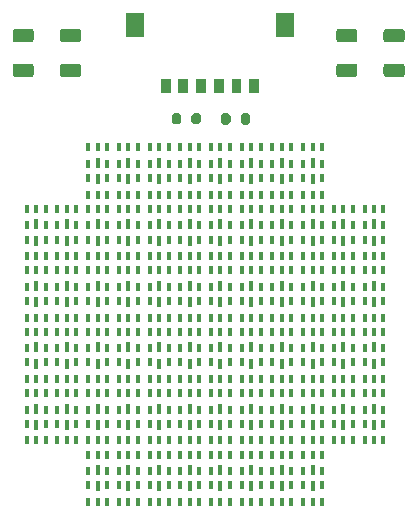
<source format=gbr>
G04 #@! TF.GenerationSoftware,KiCad,Pcbnew,(5.1.9-0-10_14)*
G04 #@! TF.CreationDate,2021-05-04T01:16:58-07:00*
G04 #@! TF.ProjectId,LED_array,4c45445f-6172-4726-9179-2e6b69636164,rev?*
G04 #@! TF.SameCoordinates,Original*
G04 #@! TF.FileFunction,Soldermask,Top*
G04 #@! TF.FilePolarity,Negative*
%FSLAX46Y46*%
G04 Gerber Fmt 4.6, Leading zero omitted, Abs format (unit mm)*
G04 Created by KiCad (PCBNEW (5.1.9-0-10_14)) date 2021-05-04 01:16:58*
%MOMM*%
%LPD*%
G01*
G04 APERTURE LIST*
%ADD10C,0.010000*%
%ADD11R,0.450000X0.850000*%
%ADD12R,0.450000X0.650000*%
G04 APERTURE END LIST*
D10*
G36*
X63733800Y-29163800D02*
G01*
X64486200Y-29163800D01*
X64486200Y-30316200D01*
X63733800Y-30316200D01*
X63733800Y-29163800D01*
G37*
X63733800Y-29163800D02*
X64486200Y-29163800D01*
X64486200Y-30316200D01*
X63733800Y-30316200D01*
X63733800Y-29163800D01*
G36*
X53303800Y-23573800D02*
G01*
X54706200Y-23573800D01*
X54706200Y-25526200D01*
X53303800Y-25526200D01*
X53303800Y-23573800D01*
G37*
X53303800Y-23573800D02*
X54706200Y-23573800D01*
X54706200Y-25526200D01*
X53303800Y-25526200D01*
X53303800Y-23573800D01*
G36*
X66013800Y-23573800D02*
G01*
X67416200Y-23573800D01*
X67416200Y-25526200D01*
X66013800Y-25526200D01*
X66013800Y-23573800D01*
G37*
X66013800Y-23573800D02*
X67416200Y-23573800D01*
X67416200Y-25526200D01*
X66013800Y-25526200D01*
X66013800Y-23573800D01*
G36*
X62233800Y-29163800D02*
G01*
X62986200Y-29163800D01*
X62986200Y-30316200D01*
X62233800Y-30316200D01*
X62233800Y-29163800D01*
G37*
X62233800Y-29163800D02*
X62986200Y-29163800D01*
X62986200Y-30316200D01*
X62233800Y-30316200D01*
X62233800Y-29163800D01*
G36*
X60733800Y-29163800D02*
G01*
X61486200Y-29163800D01*
X61486200Y-30316200D01*
X60733800Y-30316200D01*
X60733800Y-29163800D01*
G37*
X60733800Y-29163800D02*
X61486200Y-29163800D01*
X61486200Y-30316200D01*
X60733800Y-30316200D01*
X60733800Y-29163800D01*
G36*
X59233800Y-29163800D02*
G01*
X59986200Y-29163800D01*
X59986200Y-30316200D01*
X59233800Y-30316200D01*
X59233800Y-29163800D01*
G37*
X59233800Y-29163800D02*
X59986200Y-29163800D01*
X59986200Y-30316200D01*
X59233800Y-30316200D01*
X59233800Y-29163800D01*
G36*
X57733800Y-29163800D02*
G01*
X58486200Y-29163800D01*
X58486200Y-30316200D01*
X57733800Y-30316200D01*
X57733800Y-29163800D01*
G37*
X57733800Y-29163800D02*
X58486200Y-29163800D01*
X58486200Y-30316200D01*
X57733800Y-30316200D01*
X57733800Y-29163800D01*
G36*
X56233800Y-29163800D02*
G01*
X56986200Y-29163800D01*
X56986200Y-30316200D01*
X56233800Y-30316200D01*
X56233800Y-29163800D01*
G37*
X56233800Y-29163800D02*
X56986200Y-29163800D01*
X56986200Y-30316200D01*
X56233800Y-30316200D01*
X56233800Y-29163800D01*
D11*
X69100000Y-63700000D03*
D12*
X68300000Y-63600000D03*
X69900000Y-63600000D03*
X69100000Y-65000000D03*
X68300000Y-65000000D03*
X69900000Y-65000000D03*
D11*
X50900000Y-36300000D03*
D12*
X51700000Y-36400000D03*
X50100000Y-36400000D03*
X50900000Y-35000000D03*
X51700000Y-35000000D03*
X50100000Y-35000000D03*
D11*
X53500000Y-36300000D03*
D12*
X54300000Y-36400000D03*
X52700000Y-36400000D03*
X53500000Y-35000000D03*
X54300000Y-35000000D03*
X52700000Y-35000000D03*
D11*
X56100000Y-36300000D03*
D12*
X56900000Y-36400000D03*
X55300000Y-36400000D03*
X56100000Y-35000000D03*
X56900000Y-35000000D03*
X55300000Y-35000000D03*
D11*
X58700000Y-36300000D03*
D12*
X59500000Y-36400000D03*
X57900000Y-36400000D03*
X58700000Y-35000000D03*
X59500000Y-35000000D03*
X57900000Y-35000000D03*
D11*
X61300000Y-36300000D03*
D12*
X62100000Y-36400000D03*
X60500000Y-36400000D03*
X61300000Y-35000000D03*
X62100000Y-35000000D03*
X60500000Y-35000000D03*
D11*
X63900000Y-36300000D03*
D12*
X64700000Y-36400000D03*
X63100000Y-36400000D03*
X63900000Y-35000000D03*
X64700000Y-35000000D03*
X63100000Y-35000000D03*
D11*
X66500000Y-36300000D03*
D12*
X67300000Y-36400000D03*
X65700000Y-36400000D03*
X66500000Y-35000000D03*
X67300000Y-35000000D03*
X65700000Y-35000000D03*
D11*
X69100000Y-36300000D03*
D12*
X69900000Y-36400000D03*
X68300000Y-36400000D03*
X69100000Y-35000000D03*
X69900000Y-35000000D03*
X68300000Y-35000000D03*
D11*
X69100000Y-37700000D03*
D12*
X68300000Y-37600000D03*
X69900000Y-37600000D03*
X69100000Y-39000000D03*
X68300000Y-39000000D03*
X69900000Y-39000000D03*
D11*
X66500000Y-37700000D03*
D12*
X65700000Y-37600000D03*
X67300000Y-37600000D03*
X66500000Y-39000000D03*
X65700000Y-39000000D03*
X67300000Y-39000000D03*
D11*
X63900000Y-37700000D03*
D12*
X63100000Y-37600000D03*
X64700000Y-37600000D03*
X63900000Y-39000000D03*
X63100000Y-39000000D03*
X64700000Y-39000000D03*
D11*
X61300000Y-37700000D03*
D12*
X60500000Y-37600000D03*
X62100000Y-37600000D03*
X61300000Y-39000000D03*
X60500000Y-39000000D03*
X62100000Y-39000000D03*
D11*
X58700000Y-37700000D03*
D12*
X57900000Y-37600000D03*
X59500000Y-37600000D03*
X58700000Y-39000000D03*
X57900000Y-39000000D03*
X59500000Y-39000000D03*
D11*
X56100000Y-37700000D03*
D12*
X55300000Y-37600000D03*
X56900000Y-37600000D03*
X56100000Y-39000000D03*
X55300000Y-39000000D03*
X56900000Y-39000000D03*
D11*
X53500000Y-37700000D03*
D12*
X52700000Y-37600000D03*
X54300000Y-37600000D03*
X53500000Y-39000000D03*
X52700000Y-39000000D03*
X54300000Y-39000000D03*
D11*
X50900000Y-37700000D03*
D12*
X50100000Y-37600000D03*
X51700000Y-37600000D03*
X50900000Y-39000000D03*
X50100000Y-39000000D03*
X51700000Y-39000000D03*
D11*
X45700000Y-41500000D03*
D12*
X46500000Y-41600000D03*
X44900000Y-41600000D03*
X45700000Y-40200000D03*
X46500000Y-40200000D03*
X44900000Y-40200000D03*
D11*
X48300000Y-41500000D03*
D12*
X49100000Y-41600000D03*
X47500000Y-41600000D03*
X48300000Y-40200000D03*
X49100000Y-40200000D03*
X47500000Y-40200000D03*
D11*
X50900000Y-41500000D03*
D12*
X51700000Y-41600000D03*
X50100000Y-41600000D03*
X50900000Y-40200000D03*
X51700000Y-40200000D03*
X50100000Y-40200000D03*
D11*
X53500000Y-41500000D03*
D12*
X54300000Y-41600000D03*
X52700000Y-41600000D03*
X53500000Y-40200000D03*
X54300000Y-40200000D03*
X52700000Y-40200000D03*
D11*
X56100000Y-41500000D03*
D12*
X56900000Y-41600000D03*
X55300000Y-41600000D03*
X56100000Y-40200000D03*
X56900000Y-40200000D03*
X55300000Y-40200000D03*
D11*
X58700000Y-41500000D03*
D12*
X59500000Y-41600000D03*
X57900000Y-41600000D03*
X58700000Y-40200000D03*
X59500000Y-40200000D03*
X57900000Y-40200000D03*
D11*
X61300000Y-41500000D03*
D12*
X62100000Y-41600000D03*
X60500000Y-41600000D03*
X61300000Y-40200000D03*
X62100000Y-40200000D03*
X60500000Y-40200000D03*
D11*
X63900000Y-41500000D03*
D12*
X64700000Y-41600000D03*
X63100000Y-41600000D03*
X63900000Y-40200000D03*
X64700000Y-40200000D03*
X63100000Y-40200000D03*
D11*
X66500000Y-41500000D03*
D12*
X67300000Y-41600000D03*
X65700000Y-41600000D03*
X66500000Y-40200000D03*
X67300000Y-40200000D03*
X65700000Y-40200000D03*
D11*
X69100000Y-41500000D03*
D12*
X69900000Y-41600000D03*
X68300000Y-41600000D03*
X69100000Y-40200000D03*
X69900000Y-40200000D03*
X68300000Y-40200000D03*
D11*
X71700000Y-41500000D03*
D12*
X72500000Y-41600000D03*
X70900000Y-41600000D03*
X71700000Y-40200000D03*
X72500000Y-40200000D03*
X70900000Y-40200000D03*
D11*
X74300000Y-41500000D03*
D12*
X75100000Y-41600000D03*
X73500000Y-41600000D03*
X74300000Y-40200000D03*
X75100000Y-40200000D03*
X73500000Y-40200000D03*
D11*
X74300000Y-42900000D03*
D12*
X73500000Y-42800000D03*
X75100000Y-42800000D03*
X74300000Y-44200000D03*
X73500000Y-44200000D03*
X75100000Y-44200000D03*
D11*
X71700000Y-42900000D03*
D12*
X70900000Y-42800000D03*
X72500000Y-42800000D03*
X71700000Y-44200000D03*
X70900000Y-44200000D03*
X72500000Y-44200000D03*
D11*
X69100000Y-42900000D03*
D12*
X68300000Y-42800000D03*
X69900000Y-42800000D03*
X69100000Y-44200000D03*
X68300000Y-44200000D03*
X69900000Y-44200000D03*
D11*
X66500000Y-42900000D03*
D12*
X65700000Y-42800000D03*
X67300000Y-42800000D03*
X66500000Y-44200000D03*
X65700000Y-44200000D03*
X67300000Y-44200000D03*
D11*
X63900000Y-42900000D03*
D12*
X63100000Y-42800000D03*
X64700000Y-42800000D03*
X63900000Y-44200000D03*
X63100000Y-44200000D03*
X64700000Y-44200000D03*
D11*
X61300000Y-42900000D03*
D12*
X60500000Y-42800000D03*
X62100000Y-42800000D03*
X61300000Y-44200000D03*
X60500000Y-44200000D03*
X62100000Y-44200000D03*
D11*
X58700000Y-42900000D03*
D12*
X57900000Y-42800000D03*
X59500000Y-42800000D03*
X58700000Y-44200000D03*
X57900000Y-44200000D03*
X59500000Y-44200000D03*
D11*
X56100000Y-42900000D03*
D12*
X55300000Y-42800000D03*
X56900000Y-42800000D03*
X56100000Y-44200000D03*
X55300000Y-44200000D03*
X56900000Y-44200000D03*
D11*
X53500000Y-42900000D03*
D12*
X52700000Y-42800000D03*
X54300000Y-42800000D03*
X53500000Y-44200000D03*
X52700000Y-44200000D03*
X54300000Y-44200000D03*
D11*
X50900000Y-42900000D03*
D12*
X50100000Y-42800000D03*
X51700000Y-42800000D03*
X50900000Y-44200000D03*
X50100000Y-44200000D03*
X51700000Y-44200000D03*
D11*
X48300000Y-42900000D03*
D12*
X47500000Y-42800000D03*
X49100000Y-42800000D03*
X48300000Y-44200000D03*
X47500000Y-44200000D03*
X49100000Y-44200000D03*
D11*
X45700000Y-42900000D03*
D12*
X44900000Y-42800000D03*
X46500000Y-42800000D03*
X45700000Y-44200000D03*
X44900000Y-44200000D03*
X46500000Y-44200000D03*
D11*
X45700000Y-46700000D03*
D12*
X46500000Y-46800000D03*
X44900000Y-46800000D03*
X45700000Y-45400000D03*
X46500000Y-45400000D03*
X44900000Y-45400000D03*
D11*
X48300000Y-46700000D03*
D12*
X49100000Y-46800000D03*
X47500000Y-46800000D03*
X48300000Y-45400000D03*
X49100000Y-45400000D03*
X47500000Y-45400000D03*
D11*
X50900000Y-46700000D03*
D12*
X51700000Y-46800000D03*
X50100000Y-46800000D03*
X50900000Y-45400000D03*
X51700000Y-45400000D03*
X50100000Y-45400000D03*
D11*
X53500000Y-46700000D03*
D12*
X54300000Y-46800000D03*
X52700000Y-46800000D03*
X53500000Y-45400000D03*
X54300000Y-45400000D03*
X52700000Y-45400000D03*
D11*
X56100000Y-46700000D03*
D12*
X56900000Y-46800000D03*
X55300000Y-46800000D03*
X56100000Y-45400000D03*
X56900000Y-45400000D03*
X55300000Y-45400000D03*
D11*
X58700000Y-46700000D03*
D12*
X59500000Y-46800000D03*
X57900000Y-46800000D03*
X58700000Y-45400000D03*
X59500000Y-45400000D03*
X57900000Y-45400000D03*
D11*
X61300000Y-46700000D03*
D12*
X62100000Y-46800000D03*
X60500000Y-46800000D03*
X61300000Y-45400000D03*
X62100000Y-45400000D03*
X60500000Y-45400000D03*
D11*
X63900000Y-46700000D03*
D12*
X64700000Y-46800000D03*
X63100000Y-46800000D03*
X63900000Y-45400000D03*
X64700000Y-45400000D03*
X63100000Y-45400000D03*
D11*
X66500000Y-46700000D03*
D12*
X67300000Y-46800000D03*
X65700000Y-46800000D03*
X66500000Y-45400000D03*
X67300000Y-45400000D03*
X65700000Y-45400000D03*
D11*
X69100000Y-46700000D03*
D12*
X69900000Y-46800000D03*
X68300000Y-46800000D03*
X69100000Y-45400000D03*
X69900000Y-45400000D03*
X68300000Y-45400000D03*
D11*
X71700000Y-46700000D03*
D12*
X72500000Y-46800000D03*
X70900000Y-46800000D03*
X71700000Y-45400000D03*
X72500000Y-45400000D03*
X70900000Y-45400000D03*
D11*
X74300000Y-46700000D03*
D12*
X75100000Y-46800000D03*
X73500000Y-46800000D03*
X74300000Y-45400000D03*
X75100000Y-45400000D03*
X73500000Y-45400000D03*
D11*
X74300000Y-48100000D03*
D12*
X73500000Y-48000000D03*
X75100000Y-48000000D03*
X74300000Y-49400000D03*
X73500000Y-49400000D03*
X75100000Y-49400000D03*
D11*
X71700000Y-48100000D03*
D12*
X70900000Y-48000000D03*
X72500000Y-48000000D03*
X71700000Y-49400000D03*
X70900000Y-49400000D03*
X72500000Y-49400000D03*
D11*
X69100000Y-48100000D03*
D12*
X68300000Y-48000000D03*
X69900000Y-48000000D03*
X69100000Y-49400000D03*
X68300000Y-49400000D03*
X69900000Y-49400000D03*
D11*
X66500000Y-48100000D03*
D12*
X65700000Y-48000000D03*
X67300000Y-48000000D03*
X66500000Y-49400000D03*
X65700000Y-49400000D03*
X67300000Y-49400000D03*
D11*
X63900000Y-48100000D03*
D12*
X63100000Y-48000000D03*
X64700000Y-48000000D03*
X63900000Y-49400000D03*
X63100000Y-49400000D03*
X64700000Y-49400000D03*
D11*
X61300000Y-48100000D03*
D12*
X60500000Y-48000000D03*
X62100000Y-48000000D03*
X61300000Y-49400000D03*
X60500000Y-49400000D03*
X62100000Y-49400000D03*
D11*
X58700000Y-48100000D03*
D12*
X57900000Y-48000000D03*
X59500000Y-48000000D03*
X58700000Y-49400000D03*
X57900000Y-49400000D03*
X59500000Y-49400000D03*
D11*
X56100000Y-48100000D03*
D12*
X55300000Y-48000000D03*
X56900000Y-48000000D03*
X56100000Y-49400000D03*
X55300000Y-49400000D03*
X56900000Y-49400000D03*
D11*
X53500000Y-48100000D03*
D12*
X52700000Y-48000000D03*
X54300000Y-48000000D03*
X53500000Y-49400000D03*
X52700000Y-49400000D03*
X54300000Y-49400000D03*
D11*
X50900000Y-48100000D03*
D12*
X50100000Y-48000000D03*
X51700000Y-48000000D03*
X50900000Y-49400000D03*
X50100000Y-49400000D03*
X51700000Y-49400000D03*
D11*
X48300000Y-48100000D03*
D12*
X47500000Y-48000000D03*
X49100000Y-48000000D03*
X48300000Y-49400000D03*
X47500000Y-49400000D03*
X49100000Y-49400000D03*
D11*
X45700000Y-48100000D03*
D12*
X44900000Y-48000000D03*
X46500000Y-48000000D03*
X45700000Y-49400000D03*
X44900000Y-49400000D03*
X46500000Y-49400000D03*
D11*
X45700000Y-51900000D03*
D12*
X46500000Y-52000000D03*
X44900000Y-52000000D03*
X45700000Y-50600000D03*
X46500000Y-50600000D03*
X44900000Y-50600000D03*
D11*
X48300000Y-51900000D03*
D12*
X49100000Y-52000000D03*
X47500000Y-52000000D03*
X48300000Y-50600000D03*
X49100000Y-50600000D03*
X47500000Y-50600000D03*
D11*
X50900000Y-51900000D03*
D12*
X51700000Y-52000000D03*
X50100000Y-52000000D03*
X50900000Y-50600000D03*
X51700000Y-50600000D03*
X50100000Y-50600000D03*
D11*
X53500000Y-51900000D03*
D12*
X54300000Y-52000000D03*
X52700000Y-52000000D03*
X53500000Y-50600000D03*
X54300000Y-50600000D03*
X52700000Y-50600000D03*
D11*
X56100000Y-51900000D03*
D12*
X56900000Y-52000000D03*
X55300000Y-52000000D03*
X56100000Y-50600000D03*
X56900000Y-50600000D03*
X55300000Y-50600000D03*
D11*
X58700000Y-51900000D03*
D12*
X59500000Y-52000000D03*
X57900000Y-52000000D03*
X58700000Y-50600000D03*
X59500000Y-50600000D03*
X57900000Y-50600000D03*
D11*
X61300000Y-51900000D03*
D12*
X62100000Y-52000000D03*
X60500000Y-52000000D03*
X61300000Y-50600000D03*
X62100000Y-50600000D03*
X60500000Y-50600000D03*
D11*
X63900000Y-51900000D03*
D12*
X64700000Y-52000000D03*
X63100000Y-52000000D03*
X63900000Y-50600000D03*
X64700000Y-50600000D03*
X63100000Y-50600000D03*
D11*
X66500000Y-51900000D03*
D12*
X67300000Y-52000000D03*
X65700000Y-52000000D03*
X66500000Y-50600000D03*
X67300000Y-50600000D03*
X65700000Y-50600000D03*
D11*
X69100000Y-51900000D03*
D12*
X69900000Y-52000000D03*
X68300000Y-52000000D03*
X69100000Y-50600000D03*
X69900000Y-50600000D03*
X68300000Y-50600000D03*
D11*
X71700000Y-51900000D03*
D12*
X72500000Y-52000000D03*
X70900000Y-52000000D03*
X71700000Y-50600000D03*
X72500000Y-50600000D03*
X70900000Y-50600000D03*
D11*
X74300000Y-51900000D03*
D12*
X75100000Y-52000000D03*
X73500000Y-52000000D03*
X74300000Y-50600000D03*
X75100000Y-50600000D03*
X73500000Y-50600000D03*
D11*
X74300000Y-53300000D03*
D12*
X73500000Y-53200000D03*
X75100000Y-53200000D03*
X74300000Y-54600000D03*
X73500000Y-54600000D03*
X75100000Y-54600000D03*
D11*
X71700000Y-53300000D03*
D12*
X70900000Y-53200000D03*
X72500000Y-53200000D03*
X71700000Y-54600000D03*
X70900000Y-54600000D03*
X72500000Y-54600000D03*
D11*
X69100000Y-53300000D03*
D12*
X68300000Y-53200000D03*
X69900000Y-53200000D03*
X69100000Y-54600000D03*
X68300000Y-54600000D03*
X69900000Y-54600000D03*
D11*
X66500000Y-53300000D03*
D12*
X65700000Y-53200000D03*
X67300000Y-53200000D03*
X66500000Y-54600000D03*
X65700000Y-54600000D03*
X67300000Y-54600000D03*
D11*
X63900000Y-53300000D03*
D12*
X63100000Y-53200000D03*
X64700000Y-53200000D03*
X63900000Y-54600000D03*
X63100000Y-54600000D03*
X64700000Y-54600000D03*
D11*
X61300000Y-53300000D03*
D12*
X60500000Y-53200000D03*
X62100000Y-53200000D03*
X61300000Y-54600000D03*
X60500000Y-54600000D03*
X62100000Y-54600000D03*
D11*
X58700000Y-53300000D03*
D12*
X57900000Y-53200000D03*
X59500000Y-53200000D03*
X58700000Y-54600000D03*
X57900000Y-54600000D03*
X59500000Y-54600000D03*
D11*
X56100000Y-53300000D03*
D12*
X55300000Y-53200000D03*
X56900000Y-53200000D03*
X56100000Y-54600000D03*
X55300000Y-54600000D03*
X56900000Y-54600000D03*
D11*
X53500000Y-53300000D03*
D12*
X52700000Y-53200000D03*
X54300000Y-53200000D03*
X53500000Y-54600000D03*
X52700000Y-54600000D03*
X54300000Y-54600000D03*
D11*
X50900000Y-53300000D03*
D12*
X50100000Y-53200000D03*
X51700000Y-53200000D03*
X50900000Y-54600000D03*
X50100000Y-54600000D03*
X51700000Y-54600000D03*
D11*
X48300000Y-53300000D03*
D12*
X47500000Y-53200000D03*
X49100000Y-53200000D03*
X48300000Y-54600000D03*
X47500000Y-54600000D03*
X49100000Y-54600000D03*
D11*
X45700000Y-53300000D03*
D12*
X44900000Y-53200000D03*
X46500000Y-53200000D03*
X45700000Y-54600000D03*
X44900000Y-54600000D03*
X46500000Y-54600000D03*
D11*
X45700000Y-57100000D03*
D12*
X46500000Y-57200000D03*
X44900000Y-57200000D03*
X45700000Y-55800000D03*
X46500000Y-55800000D03*
X44900000Y-55800000D03*
D11*
X48300000Y-57100000D03*
D12*
X49100000Y-57200000D03*
X47500000Y-57200000D03*
X48300000Y-55800000D03*
X49100000Y-55800000D03*
X47500000Y-55800000D03*
D11*
X50900000Y-57100000D03*
D12*
X51700000Y-57200000D03*
X50100000Y-57200000D03*
X50900000Y-55800000D03*
X51700000Y-55800000D03*
X50100000Y-55800000D03*
D11*
X53500000Y-57100000D03*
D12*
X54300000Y-57200000D03*
X52700000Y-57200000D03*
X53500000Y-55800000D03*
X54300000Y-55800000D03*
X52700000Y-55800000D03*
D11*
X56100000Y-57100000D03*
D12*
X56900000Y-57200000D03*
X55300000Y-57200000D03*
X56100000Y-55800000D03*
X56900000Y-55800000D03*
X55300000Y-55800000D03*
D11*
X58700000Y-57100000D03*
D12*
X59500000Y-57200000D03*
X57900000Y-57200000D03*
X58700000Y-55800000D03*
X59500000Y-55800000D03*
X57900000Y-55800000D03*
D11*
X61300000Y-57100000D03*
D12*
X62100000Y-57200000D03*
X60500000Y-57200000D03*
X61300000Y-55800000D03*
X62100000Y-55800000D03*
X60500000Y-55800000D03*
D11*
X63900000Y-57100000D03*
D12*
X64700000Y-57200000D03*
X63100000Y-57200000D03*
X63900000Y-55800000D03*
X64700000Y-55800000D03*
X63100000Y-55800000D03*
D11*
X66500000Y-57100000D03*
D12*
X67300000Y-57200000D03*
X65700000Y-57200000D03*
X66500000Y-55800000D03*
X67300000Y-55800000D03*
X65700000Y-55800000D03*
D11*
X69100000Y-57100000D03*
D12*
X69900000Y-57200000D03*
X68300000Y-57200000D03*
X69100000Y-55800000D03*
X69900000Y-55800000D03*
X68300000Y-55800000D03*
D11*
X71700000Y-57100000D03*
D12*
X72500000Y-57200000D03*
X70900000Y-57200000D03*
X71700000Y-55800000D03*
X72500000Y-55800000D03*
X70900000Y-55800000D03*
D11*
X74300000Y-57100000D03*
D12*
X75100000Y-57200000D03*
X73500000Y-57200000D03*
X74300000Y-55800000D03*
X75100000Y-55800000D03*
X73500000Y-55800000D03*
D11*
X74300000Y-58500000D03*
D12*
X73500000Y-58400000D03*
X75100000Y-58400000D03*
X74300000Y-59800000D03*
X73500000Y-59800000D03*
X75100000Y-59800000D03*
D11*
X71700000Y-58500000D03*
D12*
X70900000Y-58400000D03*
X72500000Y-58400000D03*
X71700000Y-59800000D03*
X70900000Y-59800000D03*
X72500000Y-59800000D03*
D11*
X69100000Y-58500000D03*
D12*
X68300000Y-58400000D03*
X69900000Y-58400000D03*
X69100000Y-59800000D03*
X68300000Y-59800000D03*
X69900000Y-59800000D03*
D11*
X66500000Y-58500000D03*
D12*
X65700000Y-58400000D03*
X67300000Y-58400000D03*
X66500000Y-59800000D03*
X65700000Y-59800000D03*
X67300000Y-59800000D03*
D11*
X63900000Y-58500000D03*
D12*
X63100000Y-58400000D03*
X64700000Y-58400000D03*
X63900000Y-59800000D03*
X63100000Y-59800000D03*
X64700000Y-59800000D03*
D11*
X61300000Y-58500000D03*
D12*
X60500000Y-58400000D03*
X62100000Y-58400000D03*
X61300000Y-59800000D03*
X60500000Y-59800000D03*
X62100000Y-59800000D03*
D11*
X58700000Y-58500000D03*
D12*
X57900000Y-58400000D03*
X59500000Y-58400000D03*
X58700000Y-59800000D03*
X57900000Y-59800000D03*
X59500000Y-59800000D03*
D11*
X56100000Y-58500000D03*
D12*
X55300000Y-58400000D03*
X56900000Y-58400000D03*
X56100000Y-59800000D03*
X55300000Y-59800000D03*
X56900000Y-59800000D03*
D11*
X53500000Y-58500000D03*
D12*
X52700000Y-58400000D03*
X54300000Y-58400000D03*
X53500000Y-59800000D03*
X52700000Y-59800000D03*
X54300000Y-59800000D03*
D11*
X50900000Y-58500000D03*
D12*
X50100000Y-58400000D03*
X51700000Y-58400000D03*
X50900000Y-59800000D03*
X50100000Y-59800000D03*
X51700000Y-59800000D03*
D11*
X48300000Y-58500000D03*
D12*
X47500000Y-58400000D03*
X49100000Y-58400000D03*
X48300000Y-59800000D03*
X47500000Y-59800000D03*
X49100000Y-59800000D03*
D11*
X45700000Y-58500000D03*
D12*
X44900000Y-58400000D03*
X46500000Y-58400000D03*
X45700000Y-59800000D03*
X44900000Y-59800000D03*
X46500000Y-59800000D03*
D11*
X50900000Y-62300000D03*
D12*
X51700000Y-62400000D03*
X50100000Y-62400000D03*
X50900000Y-61000000D03*
X51700000Y-61000000D03*
X50100000Y-61000000D03*
D11*
X53500000Y-62300000D03*
D12*
X54300000Y-62400000D03*
X52700000Y-62400000D03*
X53500000Y-61000000D03*
X54300000Y-61000000D03*
X52700000Y-61000000D03*
D11*
X56100000Y-62300000D03*
D12*
X56900000Y-62400000D03*
X55300000Y-62400000D03*
X56100000Y-61000000D03*
X56900000Y-61000000D03*
X55300000Y-61000000D03*
D11*
X58700000Y-62300000D03*
D12*
X59500000Y-62400000D03*
X57900000Y-62400000D03*
X58700000Y-61000000D03*
X59500000Y-61000000D03*
X57900000Y-61000000D03*
D11*
X61300000Y-62300000D03*
D12*
X62100000Y-62400000D03*
X60500000Y-62400000D03*
X61300000Y-61000000D03*
X62100000Y-61000000D03*
X60500000Y-61000000D03*
D11*
X63900000Y-62300000D03*
D12*
X64700000Y-62400000D03*
X63100000Y-62400000D03*
X63900000Y-61000000D03*
X64700000Y-61000000D03*
X63100000Y-61000000D03*
D11*
X66500000Y-62300000D03*
D12*
X67300000Y-62400000D03*
X65700000Y-62400000D03*
X66500000Y-61000000D03*
X67300000Y-61000000D03*
X65700000Y-61000000D03*
D11*
X69100000Y-62300000D03*
D12*
X69900000Y-62400000D03*
X68300000Y-62400000D03*
X69100000Y-61000000D03*
X69900000Y-61000000D03*
X68300000Y-61000000D03*
D11*
X66500000Y-63700000D03*
D12*
X65700000Y-63600000D03*
X67300000Y-63600000D03*
X66500000Y-65000000D03*
X65700000Y-65000000D03*
X67300000Y-65000000D03*
D11*
X63900000Y-63700000D03*
D12*
X63100000Y-63600000D03*
X64700000Y-63600000D03*
X63900000Y-65000000D03*
X63100000Y-65000000D03*
X64700000Y-65000000D03*
D11*
X61300000Y-63700000D03*
D12*
X60500000Y-63600000D03*
X62100000Y-63600000D03*
X61300000Y-65000000D03*
X60500000Y-65000000D03*
X62100000Y-65000000D03*
D11*
X58700000Y-63700000D03*
D12*
X57900000Y-63600000D03*
X59500000Y-63600000D03*
X58700000Y-65000000D03*
X57900000Y-65000000D03*
X59500000Y-65000000D03*
D11*
X56100000Y-63700000D03*
D12*
X55300000Y-63600000D03*
X56900000Y-63600000D03*
X56100000Y-65000000D03*
X55300000Y-65000000D03*
X56900000Y-65000000D03*
D11*
X53500000Y-63700000D03*
D12*
X52700000Y-63600000D03*
X54300000Y-63600000D03*
X53500000Y-65000000D03*
X52700000Y-65000000D03*
X54300000Y-65000000D03*
X51700000Y-65000000D03*
X50100000Y-65000000D03*
X50900000Y-65000000D03*
X51700000Y-63600000D03*
X50100000Y-63600000D03*
D11*
X50900000Y-63700000D03*
G36*
G01*
X49250001Y-26100000D02*
X47949999Y-26100000D01*
G75*
G02*
X47700000Y-25850001I0J249999D01*
G01*
X47700000Y-25199999D01*
G75*
G02*
X47949999Y-24950000I249999J0D01*
G01*
X49250001Y-24950000D01*
G75*
G02*
X49500000Y-25199999I0J-249999D01*
G01*
X49500000Y-25850001D01*
G75*
G02*
X49250001Y-26100000I-249999J0D01*
G01*
G37*
G36*
G01*
X49250001Y-29050000D02*
X47949999Y-29050000D01*
G75*
G02*
X47700000Y-28800001I0J249999D01*
G01*
X47700000Y-28149999D01*
G75*
G02*
X47949999Y-27900000I249999J0D01*
G01*
X49250001Y-27900000D01*
G75*
G02*
X49500000Y-28149999I0J-249999D01*
G01*
X49500000Y-28800001D01*
G75*
G02*
X49250001Y-29050000I-249999J0D01*
G01*
G37*
G36*
G01*
X76650001Y-26100000D02*
X75349999Y-26100000D01*
G75*
G02*
X75100000Y-25850001I0J249999D01*
G01*
X75100000Y-25199999D01*
G75*
G02*
X75349999Y-24950000I249999J0D01*
G01*
X76650001Y-24950000D01*
G75*
G02*
X76900000Y-25199999I0J-249999D01*
G01*
X76900000Y-25850001D01*
G75*
G02*
X76650001Y-26100000I-249999J0D01*
G01*
G37*
G36*
G01*
X76650001Y-29050000D02*
X75349999Y-29050000D01*
G75*
G02*
X75100000Y-28800001I0J249999D01*
G01*
X75100000Y-28149999D01*
G75*
G02*
X75349999Y-27900000I249999J0D01*
G01*
X76650001Y-27900000D01*
G75*
G02*
X76900000Y-28149999I0J-249999D01*
G01*
X76900000Y-28800001D01*
G75*
G02*
X76650001Y-29050000I-249999J0D01*
G01*
G37*
G36*
G01*
X45250001Y-26100000D02*
X43949999Y-26100000D01*
G75*
G02*
X43700000Y-25850001I0J249999D01*
G01*
X43700000Y-25199999D01*
G75*
G02*
X43949999Y-24950000I249999J0D01*
G01*
X45250001Y-24950000D01*
G75*
G02*
X45500000Y-25199999I0J-249999D01*
G01*
X45500000Y-25850001D01*
G75*
G02*
X45250001Y-26100000I-249999J0D01*
G01*
G37*
G36*
G01*
X45250001Y-29050000D02*
X43949999Y-29050000D01*
G75*
G02*
X43700000Y-28800001I0J249999D01*
G01*
X43700000Y-28149999D01*
G75*
G02*
X43949999Y-27900000I249999J0D01*
G01*
X45250001Y-27900000D01*
G75*
G02*
X45500000Y-28149999I0J-249999D01*
G01*
X45500000Y-28800001D01*
G75*
G02*
X45250001Y-29050000I-249999J0D01*
G01*
G37*
G36*
G01*
X72650001Y-26100000D02*
X71349999Y-26100000D01*
G75*
G02*
X71100000Y-25850001I0J249999D01*
G01*
X71100000Y-25199999D01*
G75*
G02*
X71349999Y-24950000I249999J0D01*
G01*
X72650001Y-24950000D01*
G75*
G02*
X72900000Y-25199999I0J-249999D01*
G01*
X72900000Y-25850001D01*
G75*
G02*
X72650001Y-26100000I-249999J0D01*
G01*
G37*
G36*
G01*
X72650001Y-29050000D02*
X71349999Y-29050000D01*
G75*
G02*
X71100000Y-28800001I0J249999D01*
G01*
X71100000Y-28149999D01*
G75*
G02*
X71349999Y-27900000I249999J0D01*
G01*
X72650001Y-27900000D01*
G75*
G02*
X72900000Y-28149999I0J-249999D01*
G01*
X72900000Y-28800001D01*
G75*
G02*
X72650001Y-29050000I-249999J0D01*
G01*
G37*
G36*
G01*
X63005000Y-32865000D02*
X63005000Y-32315000D01*
G75*
G02*
X63205000Y-32115000I200000J0D01*
G01*
X63605000Y-32115000D01*
G75*
G02*
X63805000Y-32315000I0J-200000D01*
G01*
X63805000Y-32865000D01*
G75*
G02*
X63605000Y-33065000I-200000J0D01*
G01*
X63205000Y-33065000D01*
G75*
G02*
X63005000Y-32865000I0J200000D01*
G01*
G37*
G36*
G01*
X61355000Y-32865000D02*
X61355000Y-32315000D01*
G75*
G02*
X61555000Y-32115000I200000J0D01*
G01*
X61955000Y-32115000D01*
G75*
G02*
X62155000Y-32315000I0J-200000D01*
G01*
X62155000Y-32865000D01*
G75*
G02*
X61955000Y-33065000I-200000J0D01*
G01*
X61555000Y-33065000D01*
G75*
G02*
X61355000Y-32865000I0J200000D01*
G01*
G37*
G36*
G01*
X58845000Y-32845000D02*
X58845000Y-32295000D01*
G75*
G02*
X59045000Y-32095000I200000J0D01*
G01*
X59445000Y-32095000D01*
G75*
G02*
X59645000Y-32295000I0J-200000D01*
G01*
X59645000Y-32845000D01*
G75*
G02*
X59445000Y-33045000I-200000J0D01*
G01*
X59045000Y-33045000D01*
G75*
G02*
X58845000Y-32845000I0J200000D01*
G01*
G37*
G36*
G01*
X57195000Y-32845000D02*
X57195000Y-32295000D01*
G75*
G02*
X57395000Y-32095000I200000J0D01*
G01*
X57795000Y-32095000D01*
G75*
G02*
X57995000Y-32295000I0J-200000D01*
G01*
X57995000Y-32845000D01*
G75*
G02*
X57795000Y-33045000I-200000J0D01*
G01*
X57395000Y-33045000D01*
G75*
G02*
X57195000Y-32845000I0J200000D01*
G01*
G37*
M02*

</source>
